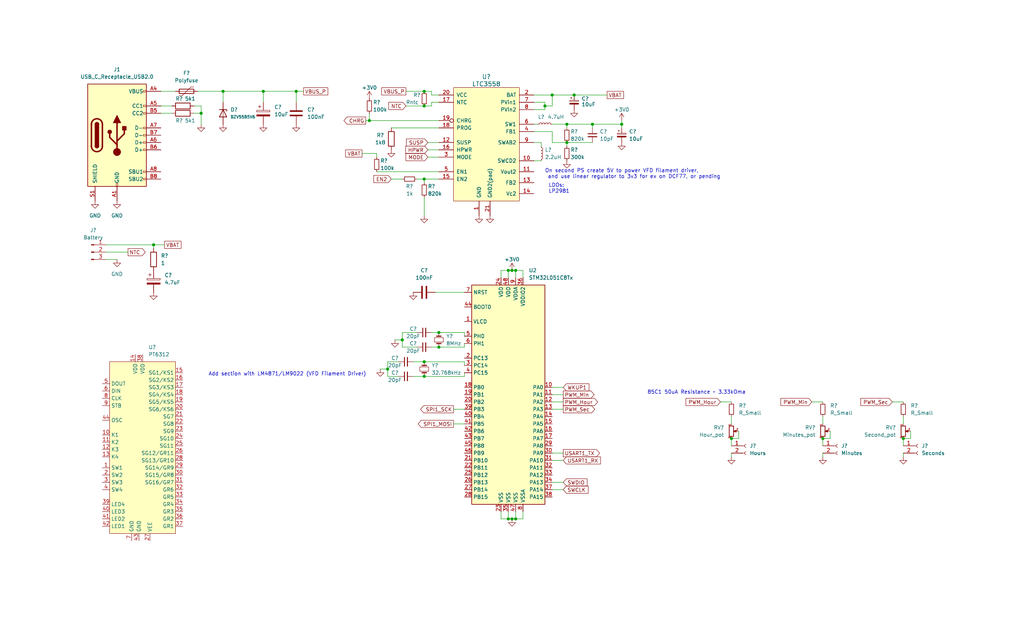
<source format=kicad_sch>
(kicad_sch (version 20230121) (generator eeschema)
  (paper "USLegal")
  (title_block (title "NeedleDCF77") (company "Author: Dzale&Anathalena"))
  (lib_symbols
    (symbol "Connector:Conn_01x02_Female" (pin_names (offset 1.016) hide)
      (property "Reference" "J" (at 0 2.54 0))
      (property "Value" "Conn_01x02_Female" (at 0 -5.08 0))
      (symbol "Conn_01x02_Female_1_1"
        (arc (start 0 -2.032) (mid -0.5058 -2.54) (end 0 -3.048) (stroke (width 0.1524)))
        (polyline (pts (xy -1.27 -2.54) (xy -0.508 -2.54)) (stroke (width 0.1524)))
        (polyline (pts (xy -1.27 0) (xy -0.508 0)) (stroke (width 0.1524)))
        (arc (start 0 0.508) (mid -0.5058 0) (end 0 -0.508) (stroke (width 0.1524)))
        (pin passive line (at -5.08 0 0) (length 3.81) (name "Pin_1") (number "1"))
        (pin passive line (at -5.08 -2.54 0) (length 3.81) (name "Pin_2") (number "2"))
      )
    )
    (symbol "Connector:Conn_01x03_Male" (pin_names (offset 1.016) hide)
      (property "Reference" "J" (at 0 5.08 0))
      (property "Value" "Conn_01x03_Male" (at 0 -5.08 0))
      (symbol "Conn_01x03_Male_1_1"
        (polyline (pts (xy 1.27 -2.54) (xy 0.8636 -2.54)) (stroke (width 0.1524)))
        (polyline (pts (xy 1.27 0) (xy 0.8636 0)) (stroke (width 0.1524)))
        (polyline (pts (xy 1.27 2.54) (xy 0.8636 2.54)) (stroke (width 0.1524)))
        (rectangle (start 0.8636 -2.413) (end 0 -2.667) (stroke (width 0.1524)) (fill (type outline)))
        (rectangle (start 0.8636 0.127) (end 0 -0.127) (stroke (width 0.1524)) (fill (type outline)))
        (rectangle (start 0.8636 2.667) (end 0 2.413) (stroke (width 0.1524)) (fill (type outline)))
        (pin passive line (at 5.08 2.54 180) (length 3.81) (name "Pin_1") (number "1"))
        (pin passive line (at 5.08 0 180) (length 3.81) (name "Pin_2") (number "2"))
        (pin passive line (at 5.08 -2.54 180) (length 3.81) (name "Pin_3") (number "3"))
      )
    )
    (symbol "Connector:USB_C_Receptacle_USB2.0" (pin_names (offset 1.016))
      (property "Reference" "J" (at -10.16 19.05 0))
      (property "Value" "USB_C_Receptacle_USB2.0" (at 19.05 19.05 0))
      (symbol "USB_C_Receptacle_USB2.0_0_0"
        (rectangle (start -0.254 -17.78) (end 0.254 -16.764))
        (rectangle (start 10.16 -14.986) (end 9.144 -15.494))
        (rectangle (start 10.16 -12.446) (end 9.144 -12.954))
        (rectangle (start 10.16 -4.826) (end 9.144 -5.334))
        (rectangle (start 10.16 -2.286) (end 9.144 -2.794))
        (rectangle (start 10.16 0.254) (end 9.144 -0.254))
        (rectangle (start 10.16 2.794) (end 9.144 2.286))
        (rectangle (start 10.16 7.874) (end 9.144 7.366))
        (rectangle (start 10.16 10.414) (end 9.144 9.906))
        (rectangle (start 10.16 15.494) (end 9.144 14.986))
      )
      (symbol "USB_C_Receptacle_USB2.0_0_1"
        (rectangle (start -10.16 17.78) (end 10.16 -17.78) (stroke (width 0.254)) (fill (type background)))
        (arc (start -8.89 -3.81) (mid -6.985 -5.7067) (end -5.08 -3.81) (stroke (width 0.508)))
        (arc (start -7.62 -3.81) (mid -6.985 -4.4423) (end -6.35 -3.81) (stroke (width 0.254)))
        (arc (start -7.62 -3.81) (mid -6.985 -4.4423) (end -6.35 -3.81) (stroke (width 0.254)) (fill (type outline)))
        (rectangle (start -7.62 -3.81) (end -6.35 3.81) (stroke (width 0.254)) (fill (type outline)))
        (arc (start -6.35 3.81) (mid -6.985 4.4423) (end -7.62 3.81) (stroke (width 0.254)))
        (arc (start -6.35 3.81) (mid -6.985 4.4423) (end -7.62 3.81) (stroke (width 0.254)) (fill (type outline)))
        (arc (start -5.08 3.81) (mid -6.985 5.7067) (end -8.89 3.81) (stroke (width 0.508)))
        (circle (center -2.54 1.143) (radius 0.635) (stroke (width 0.254)) (fill (type outline)))
        (circle (center 0 -5.842) (radius 1.27) (fill (type outline)))
        (polyline (pts (xy -8.89 -3.81) (xy -8.89 3.81)) (stroke (width 0.508)))
        (polyline (pts (xy -5.08 3.81) (xy -5.08 -3.81)) (stroke (width 0.508)))
        (polyline (pts (xy 0 -5.842) (xy 0 4.318)) (stroke (width 0.508)))
        (polyline (pts (xy 0 -3.302) (xy -2.54 -0.762) (xy -2.54 0.508)) (stroke (width 0.508)))
        (polyline (pts (xy 0 -2.032) (xy 2.54 0.508) (xy 2.54 1.778)) (stroke (width 0.508)))
        (polyline (pts (xy -1.27 4.318) (xy 0 6.858) (xy 1.27 4.318) (xy -1.27 4.318)) (stroke (width 0.254)) (fill (type outline)))
        (rectangle (start 1.905 1.778) (end 3.175 3.048) (stroke (width 0.254)) (fill (type outline)))
      )
      (symbol "USB_C_Receptacle_USB2.0_1_1"
        (pin passive line (at 0 -22.86 90) (length 5.08) (name "GND") (number "A1"))
        (pin passive line (at 0 -22.86 90) (length 5.08) hide (name "GND") (number "A12"))
        (pin passive line (at 15.24 15.24 180) (length 5.08) (name "VBUS") (number "A4"))
        (pin bidirectional line (at 15.24 10.16 180) (length 5.08) (name "CC1") (number "A5"))
        (pin bidirectional line (at 15.24 -2.54 180) (length 5.08) (name "D+") (number "A6"))
        (pin bidirectional line (at 15.24 2.54 180) (length 5.08) (name "D-") (number "A7"))
        (pin bidirectional line (at 15.24 -12.7 180) (length 5.08) (name "SBU1") (number "A8"))
        (pin passive line (at 15.24 15.24 180) (length 5.08) hide (name "VBUS") (number "A9"))
        (pin passive line (at 0 -22.86 90) (length 5.08) hide (name "GND") (number "B1"))
        (pin passive line (at 0 -22.86 90) (length 5.08) hide (name "GND") (number "B12"))
        (pin passive line (at 15.24 15.24 180) (length 5.08) hide (name "VBUS") (number "B4"))
        (pin bidirectional line (at 15.24 7.62 180) (length 5.08) (name "CC2") (number "B5"))
        (pin bidirectional line (at 15.24 -5.08 180) (length 5.08) (name "D+") (number "B6"))
        (pin bidirectional line (at 15.24 0 180) (length 5.08) (name "D-") (number "B7"))
        (pin bidirectional line (at 15.24 -15.24 180) (length 5.08) (name "SBU2") (number "B8"))
        (pin passive line (at 15.24 15.24 180) (length 5.08) hide (name "VBUS") (number "B9"))
        (pin passive line (at -7.62 -22.86 90) (length 5.08) (name "SHIELD") (number "S1"))
      )
    )
    (symbol "Device:C" (pin_numbers hide) (pin_names (offset 0.254))
      (property "Reference" "C" (at 0.635 2.54 0))
      (property "Value" "C" (at 0.635 -2.54 0))
      (symbol "C_0_1"
        (polyline (pts (xy -2.032 -0.762) (xy 2.032 -0.762)) (stroke (width 0.508)))
        (polyline (pts (xy -2.032 0.762) (xy 2.032 0.762)) (stroke (width 0.508)))
      )
      (symbol "C_1_1"
        (pin passive line (at 0 3.81 270) (length 2.794) (name "~") (number "1"))
        (pin passive line (at 0 -3.81 90) (length 2.794) (name "~") (number "2"))
      )
    )
    (symbol "Device:C_Polarized" (pin_numbers hide) (pin_names (offset 0.254))
      (property "Reference" "C" (at 0.635 2.54 0))
      (property "Value" "C_Polarized" (at 0.635 -2.54 0))
      (symbol "C_Polarized_0_1"
        (rectangle (start -2.286 0.508) (end 2.286 1.016))
        (polyline (pts (xy -1.778 2.286) (xy -0.762 2.286)))
        (polyline (pts (xy -1.27 2.794) (xy -1.27 1.778)))
        (rectangle (start 2.286 -0.508) (end -2.286 -1.016) (fill (type outline)))
      )
      (symbol "C_Polarized_1_1"
        (pin passive line (at 0 3.81 270) (length 2.794) (name "~") (number "1"))
        (pin passive line (at 0 -3.81 90) (length 2.794) (name "~") (number "2"))
      )
    )
    (symbol "Device:C_Polarized_Small" (pin_numbers hide) (pin_names (offset 0.254) hide)
      (property "Reference" "C" (at 0.254 1.778 0))
      (property "Value" "C_Polarized_Small" (at 0.254 -2.032 0))
      (symbol "C_Polarized_Small_0_1"
        (rectangle (start -1.524 -0.3048) (end 1.524 -0.6858) (fill (type outline)))
        (rectangle (start -1.524 0.6858) (end 1.524 0.3048))
        (polyline (pts (xy -1.27 1.524) (xy -0.762 1.524)))
        (polyline (pts (xy -1.016 1.27) (xy -1.016 1.778)))
      )
      (symbol "C_Polarized_Small_1_1"
        (pin passive line (at 0 2.54 270) (length 1.8542) (name "~") (number "1"))
        (pin passive line (at 0 -2.54 90) (length 1.8542) (name "~") (number "2"))
      )
    )
    (symbol "Device:C_Small" (pin_numbers hide) (pin_names (offset 0.254) hide)
      (property "Reference" "C" (at 0.254 1.778 0))
      (property "Value" "C_Small" (at 0.254 -2.032 0))
      (symbol "C_Small_0_1"
        (polyline (pts (xy -1.524 -0.508) (xy 1.524 -0.508)) (stroke (width 0.3302)))
        (polyline (pts (xy -1.524 0.508) (xy 1.524 0.508)) (stroke (width 0.3048)))
      )
      (symbol "C_Small_1_1"
        (pin passive line (at 0 2.54 270) (length 2.032) (name "~") (number "1"))
        (pin passive line (at 0 -2.54 90) (length 2.032) (name "~") (number "2"))
      )
    )
    (symbol "Device:Crystal_Small" (pin_numbers hide) (pin_names (offset 1.016) hide)
      (property "Reference" "Y" (at 0 2.54 0))
      (property "Value" "Crystal_Small" (at 0 -2.54 0))
      (symbol "Crystal_Small_0_1"
        (rectangle (start -0.762 -1.524) (end 0.762 1.524))
        (polyline (pts (xy -1.27 -0.762) (xy -1.27 0.762)) (stroke (width 0.381)))
        (polyline (pts (xy 1.27 -0.762) (xy 1.27 0.762)) (stroke (width 0.381)))
      )
      (symbol "Crystal_Small_1_1"
        (pin passive line (at -2.54 0 0) (length 1.27) (name "1") (number "1"))
        (pin passive line (at 2.54 0 180) (length 1.27) (name "2") (number "2"))
      )
    )
    (symbol "Device:L_Small" (pin_numbers hide) (pin_names (offset 0.254) hide)
      (property "Reference" "L" (at 0.762 1.016 0))
      (property "Value" "L_Small" (at 0.762 -1.016 0))
      (symbol "L_Small_0_1"
        (arc (start 0 -2.032) (mid 0.5058 -1.524) (end 0 -1.016))
        (arc (start 0 -1.016) (mid 0.5058 -0.508) (end 0 0))
        (arc (start 0 0) (mid 0.5058 0.508) (end 0 1.016))
        (arc (start 0 1.016) (mid 0.5058 1.524) (end 0 2.032))
      )
      (symbol "L_Small_1_1"
        (pin passive line (at 0 2.54 270) (length 0.508) (name "~") (number "1"))
        (pin passive line (at 0 -2.54 90) (length 0.508) (name "~") (number "2"))
      )
    )
    (symbol "Device:Polyfuse" (pin_numbers hide) (pin_names (offset 0))
      (property "Reference" "F" (at -2.54 0 90))
      (property "Value" "Polyfuse" (at 2.54 0 90))
      (symbol "Polyfuse_0_1"
        (rectangle (start -0.762 2.54) (end 0.762 -2.54) (stroke (width 0.254)))
        (polyline (pts (xy 0 2.54) (xy 0 -2.54)))
        (polyline (pts (xy -1.524 2.54) (xy -1.524 1.524) (xy 1.524 -1.524) (xy 1.524 -2.54)))
      )
      (symbol "Polyfuse_1_1"
        (pin passive line (at 0 3.81 270) (length 1.27) (name "~") (number "1"))
        (pin passive line (at 0 -3.81 90) (length 1.27) (name "~") (number "2"))
      )
    )
    (symbol "Device:R" (pin_numbers hide) (pin_names (offset 0))
      (property "Reference" "R" (at 2.032 0 90))
      (property "Value" "R" (at 0 0 90))
      (symbol "R_0_1"
        (rectangle (start -1.016 -2.54) (end 1.016 2.54) (stroke (width 0.254)))
      )
      (symbol "R_1_1"
        (pin passive line (at 0 3.81 270) (length 1.27) (name "~") (number "1"))
        (pin passive line (at 0 -3.81 90) (length 1.27) (name "~") (number "2"))
      )
    )
    (symbol "Device:R_Potentiometer_Small" (pin_names (offset 1.016) hide)
      (property "Reference" "RV" (at -4.445 0 90))
      (property "Value" "R_Potentiometer_Small" (at -2.54 0 90))
      (symbol "R_Potentiometer_Small_0_1"
        (polyline (pts (xy 0.889 0) (xy 0.635 0) (xy 1.651 0.381) (xy 1.651 -0.381) (xy 0.635 0) (xy 0.889 0)) (fill (type outline)))
        (rectangle (start 0.762 1.8034) (end -0.762 -1.8034) (stroke (width 0.254)))
      )
      (symbol "R_Potentiometer_Small_1_1"
        (pin passive line (at 0 2.54 270) (length 0.635) (name "1") (number "1"))
        (pin passive line (at 2.54 0 180) (length 0.9906) (name "2") (number "2"))
        (pin passive line (at 0 -2.54 90) (length 0.635) (name "3") (number "3"))
      )
    )
    (symbol "Device:R_Small" (pin_numbers hide) (pin_names (offset 0.254) hide)
      (property "Reference" "R" (at 0.762 0.508 0))
      (property "Value" "R_Small" (at 0.762 -1.016 0))
      (symbol "R_Small_0_1"
        (rectangle (start -0.762 1.778) (end 0.762 -1.778) (stroke (width 0.2032)))
      )
      (symbol "R_Small_1_1"
        (pin passive line (at 0 2.54 270) (length 0.762) (name "~") (number "1"))
        (pin passive line (at 0 -2.54 90) (length 0.762) (name "~") (number "2"))
      )
    )
    (symbol "Diode:BZV55B5V6" (pin_numbers hide) (pin_names hide)
      (property "Reference" "D" (at 0 2.54 0))
      (property "Value" "BZV55B5V6" (at 0 -2.54 0))
      (symbol "BZV55B5V6_0_1"
        (polyline (pts (xy 1.27 0) (xy -1.27 0)))
        (polyline (pts (xy -1.27 -1.27) (xy -1.27 1.27) (xy -0.762 1.27)) (stroke (width 0.254)))
        (polyline (pts (xy 1.27 -1.27) (xy 1.27 1.27) (xy -1.27 0) (xy 1.27 -1.27)) (stroke (width 0.254)))
      )
      (symbol "BZV55B5V6_1_1"
        (pin passive line (at -3.81 0 0) (length 2.54) (name "K") (number "1"))
        (pin passive line (at 3.81 0 180) (length 2.54) (name "A") (number "2"))
      )
    )
    (symbol "LIPO charger and Regulator-rescue:LTC3558" (pin_names (offset 1.016))
      (property "Reference" "U1" (at -3.81 34.29 0))
      (property "Value" "LTC3558" (at -3.81 31.75 0))
      (symbol "LTC3558_0_1"
        (rectangle (start -15.24 30.48) (end 7.62 -8.89) (fill (type background)))
      )
      (symbol "LTC3558_1_1"
        (pin input line (at -6.35 -13.97 90) (length 5.08) (name "GND") (number "1"))
        (pin input line (at 12.7 5.08 180) (length 5.08) (name "SWCD2") (number "10"))
        (pin input line (at 12.7 1.27 180) (length 5.08) (name "Vout2") (number "11"))
        (pin input line (at -20.32 11.43 0) (length 5.08) (name "SUSP") (number "12"))
        (pin input line (at 12.7 -2.54 180) (length 5.08) (name "FB2") (number "13"))
        (pin input line (at 12.7 -6.35 180) (length 5.08) (name "Vc2") (number "14"))
        (pin input line (at -20.32 -1.27 0) (length 5.08) (name "EN2") (number "15"))
        (pin input line (at -20.32 8.89 0) (length 5.08) (name "HPWR") (number "16"))
        (pin input line (at -20.32 25.4 0) (length 5.08) (name "NTC") (number "17"))
        (pin input line (at -20.32 16.51 0) (length 5.08) (name "PROG") (number "18"))
        (pin input inverted (at -20.32 19.05 0) (length 5.08) (name "CHRG") (number "19"))
        (pin input line (at 12.7 27.94 180) (length 5.08) (name "BAT") (number "2"))
        (pin input line (at -20.32 27.94 0) (length 5.08) (name "VCC") (number "20"))
        (pin input line (at -2.54 -13.97 90) (length 5.08) (name "GND2(pad)") (number "21"))
        (pin input line (at -20.32 6.35 0) (length 5.08) (name "MODE") (number "3"))
        (pin input line (at 12.7 15.24 180) (length 5.08) (name "FB1") (number "4"))
        (pin input line (at -20.32 1.27 0) (length 5.08) (name "EN1") (number "5"))
        (pin input line (at 12.7 17.78 180) (length 5.08) (name "SW1") (number "6"))
        (pin input line (at 12.7 25.4 180) (length 5.08) (name "PVin1") (number "7"))
        (pin input line (at 12.7 22.86 180) (length 5.08) (name "PVin2") (number "8"))
        (pin input line (at 12.7 11.43 180) (length 5.08) (name "SWAB2") (number "9"))
      )
    )
    (symbol "MCU_ST_STM32L0:STM32L051C8Tx"
      (property "Reference" "U" (at -12.7 39.37 0))
      (property "Value" "STM32L051C8Tx" (at 7.62 39.37 0))
      (symbol "STM32L051C8Tx_0_1"
        (rectangle (start -12.7 -38.1) (end 12.7 38.1) (stroke (width 0.254)) (fill (type background)))
      )
      (symbol "STM32L051C8Tx_1_1"
        (pin power_in line (at -15.24 25.4 0) (length 2.54) (name "VLCD") (number "1"))
        (pin bidirectional line (at 15.24 2.54 180) (length 2.54) (name "PA0") (number "10"))
        (pin bidirectional line (at 15.24 0 180) (length 2.54) (name "PA1") (number "11"))
        (pin bidirectional line (at 15.24 -2.54 180) (length 2.54) (name "PA2") (number "12"))
        (pin bidirectional line (at 15.24 -5.08 180) (length 2.54) (name "PA3") (number "13"))
        (pin bidirectional line (at 15.24 -7.62 180) (length 2.54) (name "PA4") (number "14"))
        (pin bidirectional line (at 15.24 -10.16 180) (length 2.54) (name "PA5") (number "15"))
        (pin bidirectional line (at 15.24 -12.7 180) (length 2.54) (name "PA6") (number "16"))
        (pin bidirectional line (at 15.24 -15.24 180) (length 2.54) (name "PA7") (number "17"))
        (pin bidirectional line (at -15.24 2.54 0) (length 2.54) (name "PB0") (number "18"))
        (pin bidirectional line (at -15.24 0 0) (length 2.54) (name "PB1") (number "19"))
        (pin bidirectional line (at -15.24 12.7 0) (length 2.54) (name "PC13") (number "2"))
        (pin bidirectional line (at -15.24 -2.54 0) (length 2.54) (name "PB2") (number "20"))
        (pin bidirectional line (at -15.24 -22.86 0) (length 2.54) (name "PB10") (number "21"))
        (pin bidirectional line (at -15.24 -25.4 0) (length 2.54) (name "PB11") (number "22"))
        (pin power_in line (at -2.54 -40.64 90) (length 2.54) (name "VSS") (number "23"))
        (pin power_in line (at -2.54 40.64 270) (length 2.54) (name "VDD") (number "24"))
        (pin bidirectional line (at -15.24 -27.94 0) (length 2.54) (name "PB12") (number "25"))
        (pin bidirectional line (at -15.24 -30.48 0) (length 2.54) (name "PB13") (number "26"))
        (pin bidirectional line (at -15.24 -33.02 0) (length 2.54) (name "PB14") (number "27"))
        (pin bidirectional line (at -15.24 -35.56 0) (length 2.54) (name "PB15") (number "28"))
        (pin bidirectional line (at 15.24 -17.78 180) (length 2.54) (name "PA8") (number "29"))
        (pin bidirectional line (at -15.24 10.16 0) (length 2.54) (name "PC14") (number "3"))
        (pin bidirectional line (at 15.24 -20.32 180) (length 2.54) (name "PA9") (number "30"))
        (pin bidirectional line (at 15.24 -22.86 180) (length 2.54) (name "PA10") (number "31"))
        (pin bidirectional line (at 15.24 -25.4 180) (length 2.54) (name "PA11") (number "32"))
        (pin bidirectional line (at 15.24 -27.94 180) (length 2.54) (name "PA12") (number "33"))
        (pin bidirectional line (at 15.24 -30.48 180) (length 2.54) (name "PA13") (number "34"))
        (pin power_in line (at 0 -40.64 90) (length 2.54) (name "VSS") (number "35"))
        (pin power_in line (at 5.08 40.64 270) (length 2.54) (name "VDDIO2") (number "36"))
        (pin bidirectional line (at 15.24 -33.02 180) (length 2.54) (name "PA14") (number "37"))
        (pin bidirectional line (at 15.24 -35.56 180) (length 2.54) (name "PA15") (number "38"))
        (pin bidirectional line (at -15.24 -5.08 0) (length 2.54) (name "PB3") (number "39"))
        (pin bidirectional line (at -15.24 7.62 0) (length 2.54) (name "PC15") (number "4"))
        (pin bidirectional line (at -15.24 -7.62 0) (length 2.54) (name "PB4") (number "40"))
        (pin bidirectional line (at -15.24 -10.16 0) (length 2.54) (name "PB5") (number "41"))
        (pin bidirectional line (at -15.24 -12.7 0) (length 2.54) (name "PB6") (number "42"))
        (pin bidirectional line (at -15.24 -15.24 0) (length 2.54) (name "PB7") (number "43"))
        (pin input line (at -15.24 30.48 0) (length 2.54) (name "BOOT0") (number "44"))
        (pin bidirectional line (at -15.24 -17.78 0) (length 2.54) (name "PB8") (number "45"))
        (pin bidirectional line (at -15.24 -20.32 0) (length 2.54) (name "PB9") (number "46"))
        (pin power_in line (at 2.54 -40.64 90) (length 2.54) (name "VSS") (number "47"))
        (pin power_in line (at 0 40.64 270) (length 2.54) (name "VDD") (number "48"))
        (pin input line (at -15.24 20.32 0) (length 2.54) (name "PH0") (number "5"))
        (pin input line (at -15.24 17.78 0) (length 2.54) (name "PH1") (number "6"))
        (pin input line (at -15.24 35.56 0) (length 2.54) (name "NRST") (number "7"))
        (pin power_in line (at 5.08 -40.64 90) (length 2.54) (name "VSSA") (number "8"))
        (pin power_in line (at 2.54 40.64 270) (length 2.54) (name "VDDA") (number "9"))
      )
    )
    (symbol "VFD_Driver:PT6312"
      (property "Reference" "U" (at 0 0 0))
      (property "Value" "PT6312" (at 0 -2.54 0))
      (symbol "PT6312_0_0"
        (pin input line (at -13.97 -1.27 0) (length 2.54) (name "K1") (number "10"))
        (pin input line (at -13.97 -3.81 0) (length 2.54) (name "K2") (number "11"))
        (pin input line (at -13.97 -6.35 0) (length 2.54) (name "K3") (number "12"))
        (pin input line (at -13.97 -8.89 0) (length 2.54) (name "K4") (number "13"))
        (pin power_in line (at -2.54 26.67 270) (length 2.54) (name "VDD") (number "14"))
        (pin output line (at 13.97 20.32 180) (length 2.54) (name "SG1/KS1") (number "15"))
        (pin output line (at 13.97 17.78 180) (length 2.54) (name "SG2/KS2") (number "16"))
        (pin output line (at 13.97 15.24 180) (length 2.54) (name "SG3/KS3") (number "17"))
        (pin output line (at 13.97 12.7 180) (length 2.54) (name "SG4/KS4") (number "18"))
        (pin output line (at 13.97 10.16 180) (length 2.54) (name "SG5/KS5") (number "19"))
        (pin output line (at 13.97 7.62 180) (length 2.54) (name "SG6/KS6") (number "20"))
        (pin output line (at 13.97 5.08 180) (length 2.54) (name "SG7") (number "21"))
        (pin output line (at 13.97 2.54 180) (length 2.54) (name "SG8") (number "22"))
        (pin output line (at 13.97 0 180) (length 2.54) (name "SG9") (number "23"))
        (pin output line (at 13.97 -2.54 180) (length 2.54) (name "SG10") (number "24"))
        (pin output line (at 13.97 -5.08 180) (length 2.54) (name "SG11") (number "25"))
        (pin output line (at 13.97 -7.62 180) (length 2.54) (name "SG12/GR11") (number "26"))
        (pin power_in line (at 2.54 -38.1 90) (length 2.54) (name "VEE") (number "27"))
        (pin output line (at 13.97 -10.16 180) (length 2.54) (name "SG13/GR10") (number "28"))
        (pin output line (at 13.97 -12.7 180) (length 2.54) (name "SG14/GR9") (number "29"))
        (pin output line (at 13.97 -15.24 180) (length 2.54) (name "SG15/GR8") (number "30"))
        (pin output line (at 13.97 -17.78 180) (length 2.54) (name "SG16/GR7") (number "31"))
        (pin output line (at 13.97 -20.32 180) (length 2.54) (name "GR6") (number "32"))
        (pin output line (at 13.97 -22.86 180) (length 2.54) (name "GR5") (number "33"))
        (pin output line (at 13.97 -25.4 180) (length 2.54) (name "GR4") (number "34"))
        (pin output line (at 13.97 -27.94 180) (length 2.54) (name "GR3") (number "35"))
        (pin output line (at 13.97 -30.48 180) (length 2.54) (name "GR2") (number "36"))
        (pin output line (at 13.97 -33.02 180) (length 2.54) (name "GR1") (number "37"))
        (pin power_in line (at 0 26.67 270) (length 2.54) (name "VDD") (number "38"))
        (pin output line (at -13.97 -25.4 0) (length 2.54) (name "LED4") (number "39"))
        (pin output line (at -13.97 -27.94 0) (length 2.54) (name "LED3") (number "40"))
        (pin output line (at -13.97 -30.48 0) (length 2.54) (name "LED2") (number "41"))
        (pin output line (at -13.97 -33.02 0) (length 2.54) (name "LED1") (number "42"))
        (pin power_in line (at -1.27 -38.1 90) (length 2.54) (name "GND") (number "43"))
        (pin input line (at -13.97 3.81 0) (length 2.54) (name "OSC") (number "44"))
        (pin input line (at -13.97 11.43 0) (length 2.54) (name "CLK") (number "8"))
        (pin input line (at -13.97 8.89 0) (length 2.54) (name "STB") (number "9"))
      )
      (symbol "PT6312_0_1"
        (rectangle (start -11.43 24.13) (end 11.43 -35.56) (fill (type background)))
      )
      (symbol "PT6312_1_1"
        (pin input line (at -13.97 -12.7 0) (length 2.54) (name "SW1") (number "1"))
        (pin input line (at -13.97 -15.24 0) (length 2.54) (name "SW2") (number "2"))
        (pin input line (at -13.97 -17.78 0) (length 2.54) (name "SW3") (number "3"))
        (pin input line (at -13.97 -20.32 0) (length 2.54) (name "SW4") (number "4"))
        (pin output line (at -13.97 16.51 0) (length 2.54) (name "DOUT") (number "5"))
        (pin input line (at -13.97 13.97 0) (length 2.54) (name "DIN") (number "6"))
        (pin power_in line (at -3.81 -38.1 90) (length 2.54) (name "GND") (number "7"))
      )
    )
    (symbol "power:+3V0" (power) (pin_names (offset 0))
      (property "Value" "+3V0" (at 0 3.556 0))
      (symbol "+3V0_0_1"
        (polyline (pts (xy -0.762 1.27) (xy 0 2.54)))
        (polyline (pts (xy 0 0) (xy 0 2.54)))
        (polyline (pts (xy 0 2.54) (xy 0.762 1.27)))
      )
      (symbol "+3V0_1_1"
        (pin power_in line (at 0 0 90) (length 0) hide (name "+3V0") (number "1"))
      )
    )
    (symbol "power:GND" (power) (pin_names (offset 0))
      (property "Value" "GND" (at 0 -3.81 0))
      (symbol "GND_0_1"
        (polyline (pts (xy 0 0) (xy 0 -1.27) (xy 1.27 -1.27) (xy 0 -2.54) (xy -1.27 -1.27) (xy 0 -1.27)))
      )
      (symbol "GND_1_1"
        (pin power_in line (at 0 0 270) (length 0) hide (name "GND") (number "1"))
      )
    )
  )
  (junction (at 189.23 36.83))
  (junction (at 196.85 49.53))
  (junction (at 152.4 120.65))
  (junction (at 199.39 33.02))
  (junction (at 147.32 62.23))
  (junction (at 176.53 180.34))
  (junction (at 191.77 33.02))
  (junction (at 147.32 31.75))
  (junction (at 177.8 180.34))
  (junction (at 215.9 43.18))
  (junction (at 179.07 93.98))
  (junction (at 69.85 39.37))
  (junction (at 285.75 152.4))
  (junction (at 179.07 180.34))
  (junction (at 313.69 152.4))
  (junction (at 147.32 130.81))
  (junction (at 205.74 43.18))
  (junction (at 134.62 128.27))
  (junction (at 147.32 125.73))
  (junction (at 102.87 31.75))
  (junction (at 254 152.4))
  (junction (at 152.4 115.57))
  (junction (at 196.85 43.18))
  (junction (at 53.34 85.09))
  (junction (at 139.7 118.11))
  (junction (at 177.8 93.98))
  (junction (at 91.44 31.75))
  (junction (at 147.32 36.83))
  (junction (at 176.53 93.98))
  (junction (at 77.47 31.75))
  (junction (at 128.27 41.91))
  (wire (pts (xy 151.13 101.6) (xy 161.29 101.6)))
  (wire (pts (xy 316.23 149.86) (xy 316.23 152.4)))
  (wire (pts (xy 191.77 134.62) (xy 195.58 134.62)))
  (wire (pts (xy 191.77 33.02) (xy 199.39 33.02)))
  (wire (pts (xy 189.23 38.1) (xy 185.42 38.1)))
  (wire (pts (xy 191.77 49.53) (xy 196.85 49.53)))
  (wire (pts (xy 102.87 31.75) (xy 105.41 31.75)))
  (wire (pts (xy 132.08 128.27) (xy 134.62 128.27)))
  (wire (pts (xy 157.48 147.32) (xy 161.29 147.32)))
  (wire (pts (xy 152.4 33.02) (xy 149.86 33.02)))
  (wire (pts (xy 143.51 130.81) (xy 147.32 130.81)))
  (wire (pts (xy 313.69 157.48) (xy 313.69 158.75)))
  (wire (pts (xy 196.85 43.18) (xy 196.85 44.45)))
  (wire (pts (xy 138.43 125.73) (xy 134.62 125.73)))
  (wire (pts (xy 139.7 115.57) (xy 144.78 115.57)))
  (wire (pts (xy 256.54 149.86) (xy 256.54 152.4)))
  (wire (pts (xy 36.83 87.63) (xy 44.45 87.63)))
  (wire (pts (xy 134.62 128.27) (xy 134.62 130.81)))
  (wire (pts (xy 173.99 93.98) (xy 176.53 93.98)))
  (wire (pts (xy 161.29 119.38) (xy 161.29 120.65)))
  (wire (pts (xy 288.29 152.4) (xy 285.75 152.4)))
  (wire (pts (xy 176.53 177.8) (xy 176.53 180.34)))
  (wire (pts (xy 199.39 33.02) (xy 210.82 33.02)))
  (wire (pts (xy 148.59 54.61) (xy 152.4 54.61)))
  (wire (pts (xy 173.99 180.34) (xy 176.53 180.34)))
  (wire (pts (xy 149.86 120.65) (xy 152.4 120.65)))
  (wire (pts (xy 147.32 68.58) (xy 147.32 74.93)))
  (wire (pts (xy 215.9 43.18) (xy 215.9 44.45)))
  (wire (pts (xy 161.29 127) (xy 161.29 125.73)))
  (wire (pts (xy 69.85 39.37) (xy 69.85 43.18)))
  (wire (pts (xy 254 144.78) (xy 254 147.32)))
  (wire (pts (xy 102.87 31.75) (xy 102.87 35.56)))
  (wire (pts (xy 55.88 36.83) (xy 59.69 36.83)))
  (wire (pts (xy 254 157.48) (xy 254 158.75)))
  (wire (pts (xy 189.23 35.56) (xy 189.23 36.83)))
  (wire (pts (xy 179.07 180.34) (xy 181.61 180.34)))
  (wire (pts (xy 179.07 93.98) (xy 181.61 93.98)))
  (wire (pts (xy 130.81 54.61) (xy 130.81 53.34)))
  (wire (pts (xy 125.73 53.34) (xy 130.81 53.34)))
  (wire (pts (xy 191.77 142.24) (xy 195.58 142.24)))
  (wire (pts (xy 191.77 160.02) (xy 195.58 160.02)))
  (wire (pts (xy 147.32 62.23) (xy 147.32 63.5)))
  (wire (pts (xy 137.16 118.11) (xy 139.7 118.11)))
  (wire (pts (xy 285.75 152.4) (xy 285.75 154.94)))
  (wire (pts (xy 313.69 152.4) (xy 313.69 154.94)))
  (wire (pts (xy 139.7 120.65) (xy 139.7 118.11)))
  (wire (pts (xy 143.51 125.73) (xy 147.32 125.73)))
  (wire (pts (xy 161.29 115.57) (xy 152.4 115.57)))
  (wire (pts (xy 281.94 139.7) (xy 285.75 139.7)))
  (wire (pts (xy 285.75 144.78) (xy 285.75 147.32)))
  (wire (pts (xy 147.32 125.73) (xy 161.29 125.73)))
  (wire (pts (xy 67.31 39.37) (xy 69.85 39.37)))
  (wire (pts (xy 53.34 85.09) (xy 53.34 86.36)))
  (wire (pts (xy 176.53 93.98) (xy 177.8 93.98)))
  (wire (pts (xy 191.77 167.64) (xy 195.58 167.64)))
  (wire (pts (xy 130.81 59.69) (xy 152.4 59.69)))
  (wire (pts (xy 144.78 120.65) (xy 139.7 120.65)))
  (wire (pts (xy 69.85 36.83) (xy 69.85 39.37)))
  (wire (pts (xy 205.74 43.18) (xy 215.9 43.18)))
  (wire (pts (xy 77.47 31.75) (xy 77.47 35.56)))
  (wire (pts (xy 177.8 180.34) (xy 179.07 180.34)))
  (wire (pts (xy 181.61 177.8) (xy 181.61 180.34)))
  (wire (pts (xy 185.42 55.88) (xy 187.96 55.88)))
  (wire (pts (xy 36.83 85.09) (xy 53.34 85.09)))
  (wire (pts (xy 55.88 39.37) (xy 59.69 39.37)))
  (wire (pts (xy 135.89 62.23) (xy 139.7 62.23)))
  (wire (pts (xy 147.32 62.23) (xy 152.4 62.23)))
  (wire (pts (xy 148.59 52.07) (xy 152.4 52.07)))
  (wire (pts (xy 176.53 180.34) (xy 177.8 180.34)))
  (wire (pts (xy 179.07 93.98) (xy 179.07 96.52)))
  (wire (pts (xy 285.75 157.48) (xy 285.75 158.75)))
  (wire (pts (xy 191.77 36.83) (xy 191.77 33.02)))
  (wire (pts (xy 215.9 41.91) (xy 215.9 43.18)))
  (wire (pts (xy 181.61 93.98) (xy 181.61 96.52)))
  (wire (pts (xy 149.86 33.02) (xy 149.86 31.75)))
  (wire (pts (xy 185.42 49.53) (xy 187.96 49.53)))
  (wire (pts (xy 191.77 170.18) (xy 195.58 170.18)))
  (wire (pts (xy 191.77 157.48) (xy 195.58 157.48)))
  (wire (pts (xy 176.53 93.98) (xy 176.53 96.52)))
  (wire (pts (xy 147.32 31.75) (xy 149.86 31.75)))
  (wire (pts (xy 134.62 130.81) (xy 138.43 130.81)))
  (wire (pts (xy 55.88 31.75) (xy 60.96 31.75)))
  (wire (pts (xy 140.97 36.83) (xy 147.32 36.83)))
  (wire (pts (xy 149.86 115.57) (xy 152.4 115.57)))
  (wire (pts (xy 173.99 177.8) (xy 173.99 180.34)))
  (wire (pts (xy 135.89 44.45) (xy 152.4 44.45)))
  (wire (pts (xy 67.31 36.83) (xy 69.85 36.83)))
  (wire (pts (xy 191.77 45.72) (xy 191.77 49.53)))
  (wire (pts (xy 91.44 31.75) (xy 91.44 35.56)))
  (wire (pts (xy 139.7 118.11) (xy 139.7 115.57)))
  (wire (pts (xy 91.44 31.75) (xy 102.87 31.75)))
  (wire (pts (xy 189.23 36.83) (xy 189.23 38.1)))
  (wire (pts (xy 316.23 152.4) (xy 313.69 152.4)))
  (wire (pts (xy 77.47 31.75) (xy 91.44 31.75)))
  (wire (pts (xy 179.07 177.8) (xy 179.07 180.34)))
  (wire (pts (xy 161.29 129.54) (xy 161.29 130.81)))
  (wire (pts (xy 185.42 33.02) (xy 191.77 33.02)))
  (wire (pts (xy 148.59 49.53) (xy 152.4 49.53)))
  (wire (pts (xy 254 152.4) (xy 254 154.94)))
  (wire (pts (xy 157.48 142.24) (xy 161.29 142.24)))
  (wire (pts (xy 309.88 139.7) (xy 313.69 139.7)))
  (wire (pts (xy 161.29 116.84) (xy 161.29 115.57)))
  (wire (pts (xy 147.32 130.81) (xy 161.29 130.81)))
  (wire (pts (xy 191.77 139.7) (xy 195.58 139.7)))
  (wire (pts (xy 191.77 137.16) (xy 195.58 137.16)))
  (wire (pts (xy 140.97 31.75) (xy 147.32 31.75)))
  (wire (pts (xy 250.19 139.7) (xy 254 139.7)))
  (wire (pts (xy 205.74 43.18) (xy 205.74 44.45)))
  (wire (pts (xy 196.85 49.53) (xy 205.74 49.53)))
  (wire (pts (xy 256.54 152.4) (xy 254 152.4)))
  (wire (pts (xy 189.23 36.83) (xy 191.77 36.83)))
  (wire (pts (xy 127 41.91) (xy 128.27 41.91)))
  (wire (pts (xy 173.99 96.52) (xy 173.99 93.98)))
  (wire (pts (xy 152.4 120.65) (xy 161.29 120.65)))
  (wire (pts (xy 177.8 93.98) (xy 179.07 93.98)))
  (wire (pts (xy 128.27 41.91) (xy 128.27 39.37)))
  (wire (pts (xy 185.42 35.56) (xy 189.23 35.56)))
  (wire (pts (xy 134.62 125.73) (xy 134.62 128.27)))
  (wire (pts (xy 152.4 35.56) (xy 149.86 35.56)))
  (wire (pts (xy 53.34 85.09) (xy 57.15 85.09)))
  (wire (pts (xy 144.78 62.23) (xy 147.32 62.23)))
  (wire (pts (xy 149.86 35.56) (xy 149.86 36.83)))
  (wire (pts (xy 191.77 43.18) (xy 196.85 43.18)))
  (wire (pts (xy 147.32 36.83) (xy 149.86 36.83)))
  (wire (pts (xy 152.4 41.91) (xy 128.27 41.91)))
  (wire (pts (xy 68.58 31.75) (xy 77.47 31.75)))
  (wire (pts (xy 185.42 45.72) (xy 191.77 45.72)))
  (wire (pts (xy 196.85 43.18) (xy 205.74 43.18)))
  (wire (pts (xy 288.29 149.86) (xy 288.29 152.4)))
  (wire (pts (xy 36.83 90.17) (xy 40.64 90.17)))
  (wire (pts (xy 185.42 43.18) (xy 186.69 43.18)))
  (wire (pts (xy 187.96 49.53) (xy 187.96 50.8)))
  (wire (pts (xy 196.85 49.53) (xy 196.85 50.8)))
  (wire (pts (xy 313.69 144.78) (xy 313.69 147.32)))
  (text "Add section with LM4871/LM9022 (VFD Filament Driver)" (at 72.39 130.81 0) (effects (font (size 1.27 1.27)) (justify left bottom)))
  (text "LDOs:\nLP2981" (at 190.5 67.31 0) (effects (font (size 1.27 1.27)) (justify left bottom)))
  (text "On second PS create 5V to power VFD filament driver,\n and use linear regulator to 3v3 for ex on DCF77, or pending\n" (at 189.23 62.23 0) (effects (font (size 1.27 1.27)) (justify left bottom)))
  (text "85C1 50uA Resistance ~ 3.33kOma" (at 224.79 137.16 0) (effects (font (size 1.27 1.27)) (justify left bottom)))
  (global_label "CHRG" (shape output) (at 127 41.91 180) (property "Intersheetrefs" "${INTERSHEET_REFS}" (effects hide)))
  (global_label "SPI1_SCK" (shape output) (at 157.48 142.24 180) (property "Intersheetrefs" "${INTERSHEET_REFS}" (effects hide)))
  (global_label "PWM_Hour" (shape input) (at 250.19 139.7 180) (property "Intersheetrefs" "${INTERSHEET_REFS}" (effects hide)))
  (global_label "SWDIO" (shape input) (at 195.58 167.64 0) (property "Intersheetrefs" "${INTERSHEET_REFS}" (effects hide)))
  (global_label "NTC" (shape output) (at 44.45 87.63 0) (property "Intersheetrefs" "${INTERSHEET_REFS}" (effects hide)))
  (global_label "WKUP1" (shape input) (at 195.58 134.62 0) (property "Intersheetrefs" "${INTERSHEET_REFS}" (effects hide)))
  (global_label "PWM_Sec" (shape input) (at 309.88 139.7 180) (property "Intersheetrefs" "${INTERSHEET_REFS}" (effects hide)))
  (global_label "VBUS_P" (shape passive) (at 105.41 31.75 0) (property "Intersheetrefs" "${INTERSHEET_REFS}" (effects hide)))
  (global_label "PWM_Min" (shape input) (at 281.94 139.7 180) (property "Intersheetrefs" "${INTERSHEET_REFS}" (effects hide)))
  (global_label "NTC" (shape input) (at 140.97 36.83 180) (property "Intersheetrefs" "${INTERSHEET_REFS}" (effects hide)))
  (global_label "VBAT" (shape passive) (at 125.73 53.34 180) (property "Intersheetrefs" "${INTERSHEET_REFS}" (effects hide)))
  (global_label "PWM_Sec" (shape output) (at 195.58 142.24 0) (property "Intersheetrefs" "${INTERSHEET_REFS}" (effects hide)))
  (global_label "USART1_TX" (shape output) (at 195.58 157.48 0) (property "Intersheetrefs" "${INTERSHEET_REFS}" (effects hide)))
  (global_label "HPWR" (shape input) (at 148.59 52.07 180) (property "Intersheetrefs" "${INTERSHEET_REFS}" (effects hide)))
  (global_label "VBUS_P" (shape passive) (at 140.97 31.75 180) (property "Intersheetrefs" "${INTERSHEET_REFS}" (effects hide)))
  (global_label "PWM_Hour" (shape output) (at 195.58 139.7 0) (property "Intersheetrefs" "${INTERSHEET_REFS}" (effects hide)))
  (global_label "VBAT" (shape passive) (at 210.82 33.02 0) (property "Intersheetrefs" "${INTERSHEET_REFS}" (effects hide)))
  (global_label "SUSP" (shape input) (at 148.59 49.53 180) (property "Intersheetrefs" "${INTERSHEET_REFS}" (effects hide)))
  (global_label "PWM_Min" (shape output) (at 195.58 137.16 0) (property "Intersheetrefs" "${INTERSHEET_REFS}" (effects hide)))
  (global_label "SWCLK" (shape input) (at 195.58 170.18 0) (property "Intersheetrefs" "${INTERSHEET_REFS}" (effects hide)))
  (global_label "SPI1_MOSI" (shape output) (at 157.48 147.32 180) (property "Intersheetrefs" "${INTERSHEET_REFS}" (effects hide)))
  (global_label "VBAT" (shape passive) (at 57.15 85.09 0) (property "Intersheetrefs" "${INTERSHEET_REFS}" (effects hide)))
  (global_label "MODE" (shape input) (at 148.59 54.61 180) (property "Intersheetrefs" "${INTERSHEET_REFS}" (effects hide)))
  (global_label "USART1_RX" (shape input) (at 195.58 160.02 0) (property "Intersheetrefs" "${INTERSHEET_REFS}" (effects hide)))
  (global_label "EN2" (shape input) (at 135.89 62.23 180) (property "Intersheetrefs" "${INTERSHEET_REFS}" (effects hide)))
  (symbol (lib_id "VFD_Driver:PT6312") (at 49.53 149.86 0) (unit 1)
    (property "Reference" "U?" (at 51.5494 120.65 0) (effects (justify left)))
    (property "Value" "PT6312" (at 51.5494 123.19 0) (effects (justify left)))
    (property "Footprint" "Package_QFP:LQFP-44_10x10mm_P0.8mm" (effects hide))
  )
  (symbol (lib_id "power:GND") (at 33.02 69.85 0) (unit 1)
    (property "Reference" "#PWR0107" (effects hide))
    (property "Value" "GND" (at 33.02 74.93 0))
  )
  (symbol (lib_id "Device:R") (at 63.5 39.37 90) (unit 1)
    (property "Reference" "R?" (at 62.23 41.91 90))
    (property "Value" "5k1" (at 66.04 41.91 90))
  )
  (symbol (lib_id "Connector:USB_C_Receptacle_USB2.0") (at 40.64 46.99 0) (unit 1)
    (property "Reference" "J1" (at 40.64 24.13 0))
    (property "Value" "USB_C_Receptacle_USB2.0" (at 40.64 26.67 0))
    (property "Footprint" "Connector_USB:USB_C_Receptacle_HRO_TYPE-C-31-M-12" (effects hide))
    (property "Datasheet" "https://www.usb.org/sites/default/files/documents/usb_type-c.zip" (effects hide))
  )
  (symbol (lib_id "Connector:Conn_01x03_Male") (at 31.75 87.63 0) (unit 1)
    (property "Reference" "J?" (at 32.385 80.01 0))
    (property "Value" "Battery" (at 32.385 82.55 0))
  )
  (symbol (lib_id "power:GND") (at 196.85 55.88 0) (unit 1)
    (property "Reference" "#PWR0103" (effects hide))
    (property "Value" "GND" (effects hide))
  )
  (symbol (lib_id "power:GND") (at 135.89 52.07 0) (unit 1)
    (property "Reference" "#PWR0116" (effects hide))
    (property "Value" "GND" (effects hide))
  )
  (symbol (lib_id "Device:R_Small") (at 196.85 53.34 0) (unit 1)
    (property "Reference" "R?" (at 198.12 52.07 0) (effects (justify left)))
    (property "Value" "300k" (at 198.12 54.61 0) (effects (justify left)))
  )
  (symbol (lib_id "power:GND") (at 199.39 38.1 0) (unit 1)
    (property "Reference" "#PWR0120" (effects hide))
    (property "Value" "GND" (effects hide))
  )
  (symbol (lib_id "Device:C_Small") (at 140.97 125.73 90) (unit 1)
    (property "Reference" "C?" (at 137.16 124.46 90))
    (property "Value" "20pF" (at 137.16 127 90))
  )
  (symbol (lib_id "Device:R_Potentiometer_Small") (at 313.69 149.86 0) (unit 1)
    (property "Reference" "RV?" (at 311.15 148.5899 0) (effects (justify right)))
    (property "Value" "Second_pot" (at 311.15 151.1299 0) (effects (justify right)))
  )
  (symbol (lib_id "power:+3V0") (at 177.8 93.98 0) (unit 1)
    (property "Reference" "#PWR0101" (effects hide))
    (property "Value" "+3V0" (at 177.8 90.17 0))
  )
  (symbol (lib_id "Device:C_Small") (at 147.32 120.65 90) (unit 1)
    (property "Reference" "C?" (at 143.51 119.38 90))
    (property "Value" "20pF" (at 143.51 121.92 90))
  )
  (symbol (lib_id "Connector:Conn_01x02_Female") (at 290.83 154.94 0) (unit 1)
    (property "Reference" "J?" (at 292.1 154.9399 0) (effects (justify left)))
    (property "Value" "Minutes" (at 292.1 157.4799 0) (effects (justify left)))
  )
  (symbol (lib_id "Device:R_Small") (at 196.85 46.99 0) (unit 1)
    (property "Reference" "R?" (at 198.12 45.72 0) (effects (justify left)))
    (property "Value" "820k" (at 198.12 48.26 0) (effects (justify left)))
  )
  (symbol (lib_id "power:+3V0") (at 128.27 34.29 0) (unit 1)
    (property "Reference" "#PWR0119" (effects hide))
    (property "Value" "+3V0" (at 128.27 30.48 0))
  )
  (symbol (lib_id "Device:R_Small") (at 142.24 62.23 90) (unit 1)
    (property "Reference" "R?" (at 143.51 64.77 90) (effects (justify left)))
    (property "Value" "1k" (at 143.51 67.31 90) (effects (justify left)))
  )
  (symbol (lib_id "Device:R_Small") (at 254 142.24 0) (unit 1)
    (property "Reference" "R?" (at 256.54 140.9699 0) (effects (justify left)))
    (property "Value" "R_Small" (at 256.54 143.5099 0) (effects (justify left)))
  )
  (symbol (lib_id "Device:R") (at 135.89 48.26 180) (unit 1)
    (property "Reference" "R?" (at 132.08 46.99 0))
    (property "Value" "1k8" (at 132.08 49.53 0))
  )
  (symbol (lib_id "power:GND") (at 147.32 74.93 0) (unit 1)
    (property "Reference" "#PWR0105" (effects hide))
    (property "Value" "GND" (effects hide))
  )
  (symbol (lib_id "Device:C_Polarized_Small") (at 199.39 35.56 0) (unit 1)
    (property "Reference" "C?" (at 201.93 34.29 0) (effects (justify left)))
    (property "Value" "10uF" (at 201.93 36.2838 0) (effects (justify left)))
  )
  (symbol (lib_id "LIPO charger and Regulator-rescue:LTC3558") (at 172.72 60.96 0) (unit 1)
    (property "Reference" "U?" (at 168.91 26.67 0) (effects (font (size 1.524 1.524))))
    (property "Value" "LTC3558" (at 168.91 29.21 0) (effects (font (size 1.524 1.524))))
    (property "Footprint" "Package_DFN_QFN:QFN-20-1EP_3x3mm_P0.4mm_EP1.65x1.65mm" (effects hide))
  )
  (symbol (lib_id "power:GND") (at 170.18 74.93 0) (unit 1)
    (property "Reference" "#PWR0102" (effects hide))
    (property "Value" "GND" (effects hide))
  )
  (symbol (lib_id "Device:R_Small") (at 313.69 142.24 0) (unit 1)
    (property "Reference" "R?" (at 316.23 140.9699 0) (effects (justify left)))
    (property "Value" "R_Small" (at 316.23 143.5099 0) (effects (justify left)))
  )
  (symbol (lib_id "Device:R") (at 63.5 36.83 90) (unit 1)
    (property "Reference" "R?" (at 62.23 34.29 90))
    (property "Value" "5k1" (at 66.04 34.29 90))
  )
  (symbol (lib_id "Device:Crystal_Small") (at 147.32 128.27 90) (unit 1)
    (property "Reference" "Y?" (at 149.86 126.9999 90) (effects (justify right)))
    (property "Value" "32.768kHz" (at 149.86 129.5399 90) (effects (justify right)))
    (property "Footprint" "Crystal:Crystal_C38-LF_D3.0mm_L8.0mm_Horizontal_1EP_style2" (effects hide))
  )
  (symbol (lib_id "Device:C_Small") (at 140.97 130.81 90) (unit 1)
    (property "Reference" "C?" (at 137.16 129.54 90))
    (property "Value" "20pF" (at 137.16 132.08 90))
  )
  (symbol (lib_id "Device:R_Potentiometer_Small") (at 254 149.86 0) (unit 1)
    (property "Reference" "RV?" (at 251.46 148.5899 0) (effects (justify right)))
    (property "Value" "Hour_pot" (at 251.46 151.1299 0) (effects (justify right)))
  )
  (symbol (lib_id "Device:R") (at 53.34 90.17 0) (unit 1)
    (property "Reference" "R?" (at 55.88 88.8999 0) (effects (justify left)))
    (property "Value" "1" (at 55.88 91.4399 0) (effects (justify left)))
  )
  (symbol (lib_id "MCU_ST_STM32L0:STM32L051C8Tx") (at 176.53 137.16 0) (unit 1)
    (property "Reference" "U2" (at 183.6294 93.98 0) (effects (justify left)))
    (property "Value" "STM32L051C8Tx" (at 183.6294 96.52 0) (effects (justify left)))
    (property "Footprint" "Package_QFP:LQFP-48_7x7mm_P0.5mm" (effects hide))
    (property "Datasheet" "http://www.st.com/st-web-ui/static/active/en/resource/technical/document/datasheet/DM00108219.pdf" (effects hide))
  )
  (symbol (lib_id "Diode:BZV55B5V6") (at 77.47 39.37 270) (unit 1)
    (property "Reference" "D?" (at 80.01 38.0999 90) (effects (justify left)))
    (property "Value" "BZV55B5V6" (at 80.01 40.64 90) (effects (font (size 1 1)) (justify left)))
    (property "Footprint" "Diode_SMD:D_MiniMELF" (effects hide))
    (property "Datasheet" "https://assets.nexperia.com/documents/data-sheet/BZV55_SER.pdf" (effects hide))
  )
  (symbol (lib_id "power:GND") (at 132.08 128.27 0) (unit 1)
    (property "Reference" "#PWR?" (effects hide))
    (property "Value" "GND" (effects hide))
  )
  (symbol (lib_id "Device:L_Small") (at 187.96 53.34 0) (unit 1)
    (property "Reference" "L?" (at 189.23 52.0699 0) (effects (justify left)))
    (property "Value" "2.2uH" (at 189.23 54.6099 0) (effects (justify left)))
  )
  (symbol (lib_id "Connector:Conn_01x02_Female") (at 318.77 154.94 0) (unit 1)
    (property "Reference" "J?" (at 320.04 154.9399 0) (effects (justify left)))
    (property "Value" "Seconds" (at 320.04 157.4799 0) (effects (justify left)))
  )
  (symbol (lib_id "power:GND") (at 215.9 49.53 0) (unit 1)
    (property "Reference" "#PWR0122" (effects hide))
    (property "Value" "GND" (effects hide))
  )
  (symbol (lib_id "Device:C") (at 102.87 39.37 0) (unit 1)
    (property "Reference" "C?" (at 106.68 38.0999 0) (effects (justify left)))
    (property "Value" "100nF" (at 106.68 40.6399 0) (effects (justify left)))
  )
  (symbol (lib_id "Device:Polyfuse") (at 64.77 31.75 90) (unit 1)
    (property "Reference" "F?" (at 64.77 25.4 90))
    (property "Value" "Polyfuse" (at 64.77 27.94 90))
  )
  (symbol (lib_id "Device:R_Potentiometer_Small") (at 285.75 149.86 0) (unit 1)
    (property "Reference" "RV?" (at 283.21 148.5899 0) (effects (justify right)))
    (property "Value" "Minutes_pot" (at 283.21 151.1299 0) (effects (justify right)))
  )
  (symbol (lib_id "power:GND") (at 254 158.75 0) (unit 1)
    (property "Reference" "#PWR0111" (effects hide))
    (property "Value" "GND" (effects hide))
  )
  (symbol (lib_id "power:GND") (at 53.34 101.6 0) (unit 1)
    (property "Reference" "#PWR0106" (effects hide))
    (property "Value" "GND" (effects hide))
  )
  (symbol (lib_id "power:GND") (at 285.75 158.75 0) (unit 1)
    (property "Reference" "#PWR0110" (effects hide))
    (property "Value" "GND" (effects hide))
  )
  (symbol (lib_id "power:GND") (at 166.37 74.93 0) (unit 1)
    (property "Reference" "#PWR0104" (effects hide))
    (property "Value" "GND" (effects hide))
  )
  (symbol (lib_id "power:+3V0") (at 215.9 41.91 0) (unit 1)
    (property "Reference" "#PWR0121" (effects hide))
    (property "Value" "+3V0" (at 215.9 38.1 0))
  )
  (symbol (lib_id "Device:C_Small") (at 205.74 46.99 0) (unit 1)
    (property "Reference" "C?" (at 208.28 45.7262 0) (effects (justify left)))
    (property "Value" "10pF" (at 208.28 48.26 0) (effects (justify left)))
  )
  (symbol (lib_id "Device:Crystal_Small") (at 152.4 118.11 90) (unit 1)
    (property "Reference" "Y?" (at 154.94 116.8399 90) (effects (justify right)))
    (property "Value" "8MHz" (at 154.94 119.3799 90) (effects (justify right)))
  )
  (symbol (lib_id "power:GND") (at 143.51 101.6 0) (unit 1)
    (property "Reference" "#PWR?" (effects hide))
    (property "Value" "GND" (effects hide))
  )
  (symbol (lib_id "power:GND") (at 40.64 90.17 0) (unit 1)
    (property "Reference" "#PWR0109" (effects hide))
    (property "Value" "GND" (at 40.64 95.25 0))
  )
  (symbol (lib_id "power:GND") (at 102.87 43.18 0) (unit 1)
    (property "Reference" "#PWR0115" (effects hide))
    (property "Value" "GND" (effects hide))
  )
  (symbol (lib_id "Device:R_Small") (at 285.75 142.24 0) (unit 1)
    (property "Reference" "R?" (at 288.29 140.9699 0) (effects (justify left)))
    (property "Value" "R_Small" (at 288.29 143.5099 0) (effects (justify left)))
  )
  (symbol (lib_id "power:GND") (at 137.16 118.11 0) (unit 1)
    (property "Reference" "#PWR?" (effects hide))
    (property "Value" "GND" (effects hide))
  )
  (symbol (lib_id "Device:C") (at 147.32 101.6 90) (unit 1)
    (property "Reference" "C?" (at 147.32 93.98 90))
    (property "Value" "100nF" (at 147.32 96.52 90))
  )
  (symbol (lib_id "power:GND") (at 313.69 158.75 0) (unit 1)
    (property "Reference" "#PWR0113" (effects hide))
    (property "Value" "GND" (effects hide))
  )
  (symbol (lib_id "power:GND") (at 40.64 69.85 0) (unit 1)
    (property "Reference" "#PWR0108" (effects hide))
    (property "Value" "GND" (at 40.64 74.93 0))
  )
  (symbol (lib_id "Device:R_Small") (at 130.81 57.15 0) (unit 1)
    (property "Reference" "R?" (at 132.08 55.88 0) (effects (justify left)))
    (property "Value" "100k" (at 132.08 58.42 0) (effects (justify left)))
  )
  (symbol (lib_id "power:GND") (at 177.8 180.34 0) (unit 1)
    (property "Reference" "#PWR0112" (effects hide))
    (property "Value" "GND" (effects hide))
  )
  (symbol (lib_id "Device:C_Polarized") (at 53.34 97.79 0) (unit 1)
    (property "Reference" "C?" (at 57.15 95.6309 0) (effects (justify left)))
    (property "Value" "4.7uF" (at 57.15 98.1709 0) (effects (justify left)))
  )
  (symbol (lib_id "Device:C_Small") (at 147.32 115.57 90) (unit 1)
    (property "Reference" "C?" (at 143.51 114.3 90))
    (property "Value" "20pF" (at 143.51 116.84 90))
  )
  (symbol (lib_id "power:GND") (at 69.85 43.18 0) (unit 1)
    (property "Reference" "#PWR0117" (effects hide))
    (property "Value" "GND" (effects hide))
  )
  (symbol (lib_id "Device:R_Small") (at 147.32 66.04 0) (unit 1)
    (property "Reference" "R?" (at 148.59 64.77 0) (effects (justify left)))
    (property "Value" "820k" (at 148.59 67.31 0) (effects (justify left)))
  )
  (symbol (lib_id "Connector:Conn_01x02_Female") (at 259.08 154.94 0) (unit 1)
    (property "Reference" "J?" (at 260.35 154.9399 0) (effects (justify left)))
    (property "Value" "Hours" (at 260.35 157.4799 0) (effects (justify left)))
  )
  (symbol (lib_id "power:GND") (at 77.47 43.18 0) (unit 1)
    (property "Reference" "#PWR0118" (effects hide))
    (property "Value" "GND" (effects hide))
  )
  (symbol (lib_id "Device:C_Polarized_Small") (at 215.9 46.99 0) (unit 1)
    (property "Reference" "C?" (at 218.44 45.72 0) (effects (justify left)))
    (property "Value" "10uF" (at 218.44 48.26 0) (effects (justify left)))
  )
  (symbol (lib_id "Device:C_Polarized") (at 91.44 39.37 0) (unit 1)
    (property "Reference" "C?" (at 95.25 37.2109 0) (effects (justify left)))
    (property "Value" "10uF" (at 95.25 39.7509 0) (effects (justify left)))
  )
  (symbol (lib_id "power:GND") (at 91.44 43.18 0) (unit 1)
    (property "Reference" "#PWR0114" (effects hide))
    (property "Value" "GND" (effects hide))
  )
  (symbol (lib_id "Device:L_Small") (at 189.23 43.18 90) (unit 1)
    (property "Reference" "L?" (at 187.96 40.64 90))
    (property "Value" "4.7uH" (at 193.04 40.64 90))
  )
  (symbol (lib_id "Device:R_Small") (at 147.32 34.29 0) (unit 1)
    (property "Reference" "R?" (at 143.51 33.02 0) (effects (justify left)))
    (property "Value" "Rntc" (at 140.97 35.56 0) (effects (justify left)))
  )
  (symbol (lib_id "Device:R_Small") (at 128.27 36.83 0) (unit 1)
    (property "Reference" "R?" (at 129.54 35.56 0) (effects (justify left)))
    (property "Value" "100k" (at 129.54 38.1 0) (effects (justify left)))
  )
)
</source>
